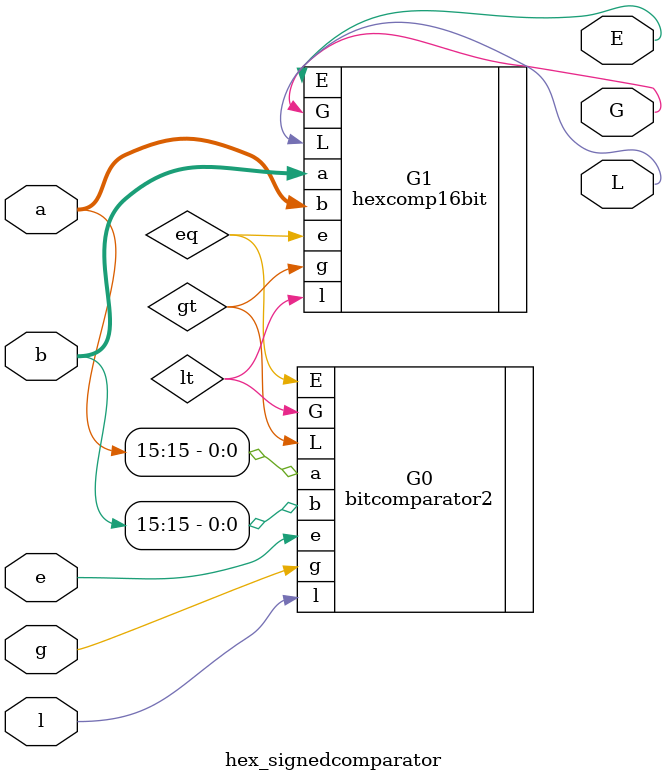
<source format=sv>
module hex_signedcomparator(input [15:0]a,b,input l,e,g,output L,E,G);
  wire lt,eq,gt;
  bitcomparator2 G0(.a(a[15]),.b(b[15]),.l(l),.e(e),.g(g),.L(gt),.E(eq),.G(lt));
  hexcomp16bit G1(.a(b[15:0]),.b(a[15:0]),.l(lt),.e(eq),.g(gt),.L(L),.E(E),.G(G));
endmodule

</source>
